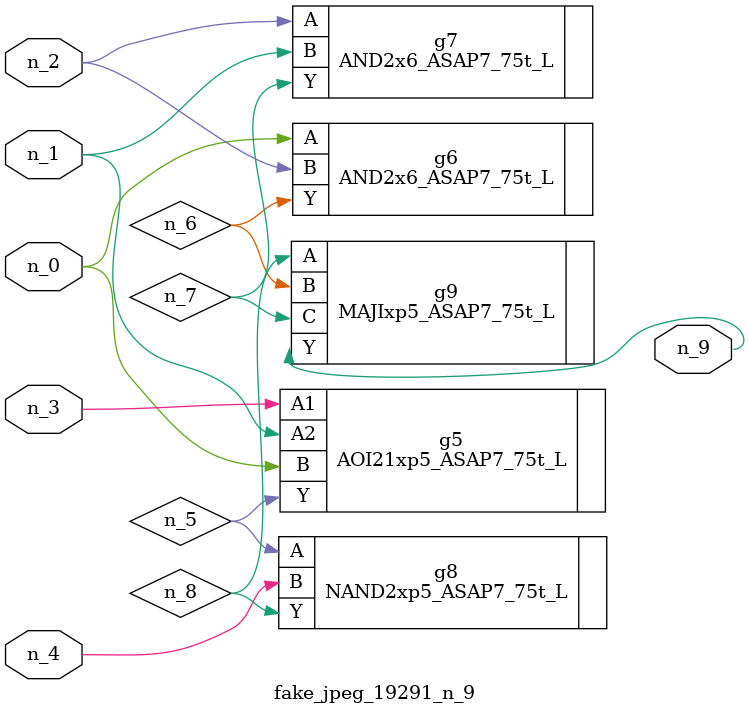
<source format=v>
module fake_jpeg_19291_n_9 (n_3, n_2, n_1, n_0, n_4, n_9);

input n_3;
input n_2;
input n_1;
input n_0;
input n_4;

output n_9;

wire n_8;
wire n_6;
wire n_5;
wire n_7;

AOI21xp5_ASAP7_75t_L g5 ( 
.A1(n_3),
.A2(n_1),
.B(n_0),
.Y(n_5)
);

AND2x6_ASAP7_75t_L g6 ( 
.A(n_0),
.B(n_2),
.Y(n_6)
);

AND2x6_ASAP7_75t_L g7 ( 
.A(n_2),
.B(n_1),
.Y(n_7)
);

NAND2xp5_ASAP7_75t_L g8 ( 
.A(n_5),
.B(n_4),
.Y(n_8)
);

MAJIxp5_ASAP7_75t_L g9 ( 
.A(n_8),
.B(n_6),
.C(n_7),
.Y(n_9)
);


endmodule
</source>
